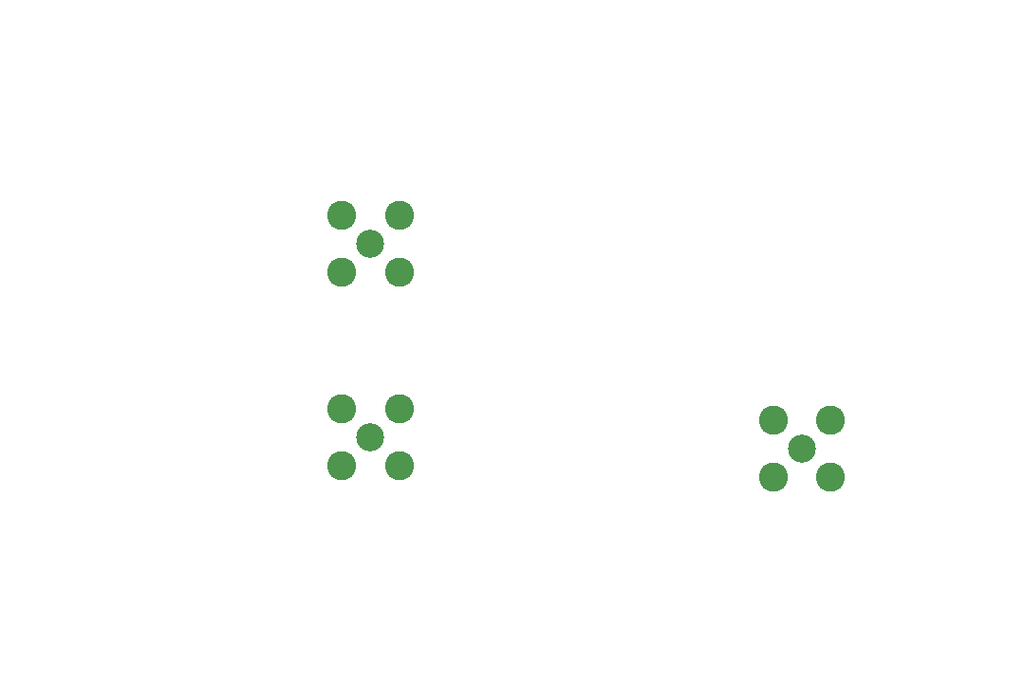
<source format=gbs>
G04*
G04 #@! TF.GenerationSoftware,Altium Limited,Altium Designer,23.0.1 (38)*
G04*
G04 Layer_Color=16711935*
%FSLAX43Y43*%
%MOMM*%
G71*
G04*
G04 #@! TF.SameCoordinates,C917657F-03F6-454C-AC05-0521F369B23B*
G04*
G04*
G04 #@! TF.FilePolarity,Negative*
G04*
G01*
G75*
%ADD53C,0.100*%
%ADD54C,2.500*%
%ADD55C,2.600*%
D53*
X30841Y27460D02*
D03*
Y32540D02*
D03*
Y67460D02*
D03*
Y72540D02*
D03*
X117750Y27460D02*
D03*
Y32540D02*
D03*
Y67980D02*
D03*
Y73060D02*
D03*
X101125Y15200D02*
D03*
X101125Y71350D02*
D03*
X47325Y71350D02*
D03*
X47325Y15200D02*
D03*
D54*
X61675Y35525D02*
D03*
Y52825D02*
D03*
X100150Y34500D02*
D03*
D55*
X64225Y32975D02*
D03*
Y38075D02*
D03*
X59125D02*
D03*
Y32975D02*
D03*
X64225Y50275D02*
D03*
Y55375D02*
D03*
X59125D02*
D03*
Y50275D02*
D03*
X102700Y37050D02*
D03*
X97600D02*
D03*
Y31950D02*
D03*
X102700D02*
D03*
M02*

</source>
